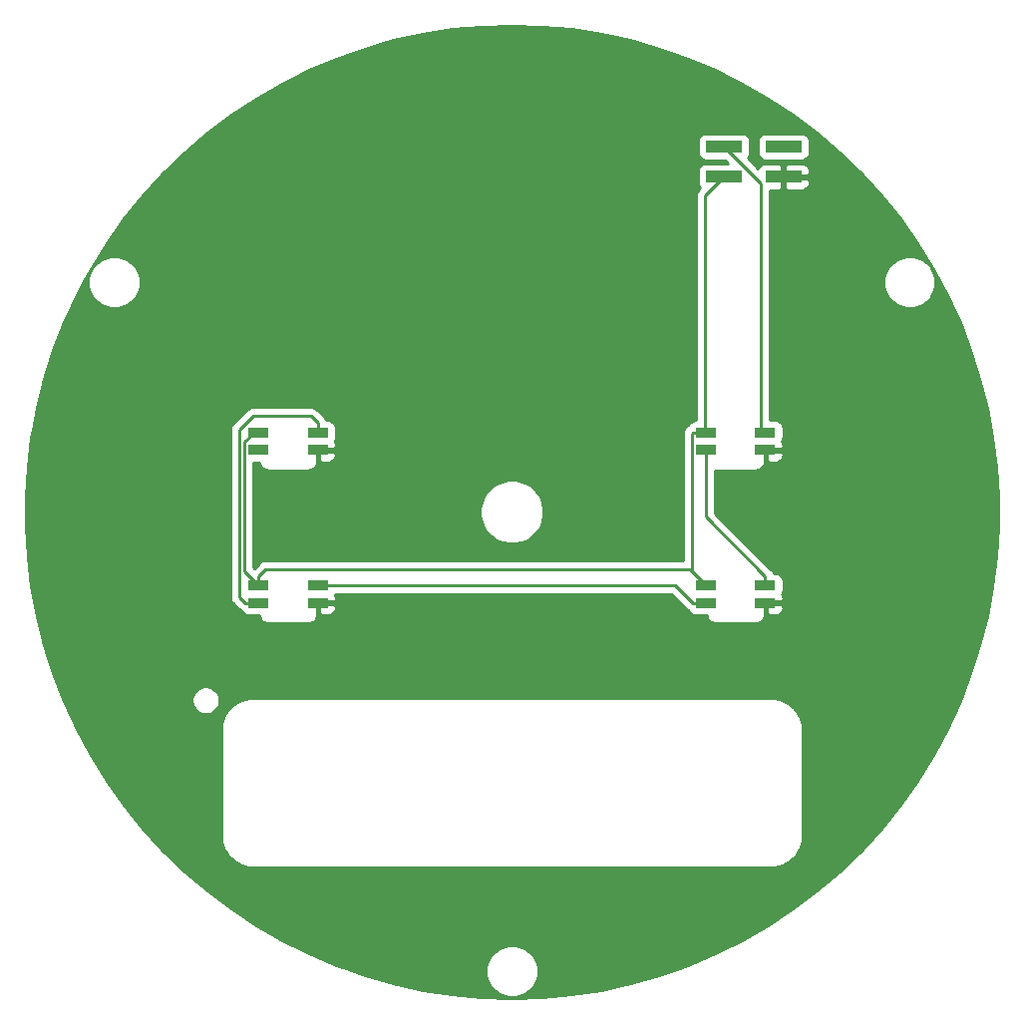
<source format=gbr>
%TF.GenerationSoftware,KiCad,Pcbnew,5.1.10*%
%TF.CreationDate,2021-09-26T09:48:59+10:00*%
%TF.ProjectId,pcb-face,7063622d-6661-4636-952e-6b696361645f,rev?*%
%TF.SameCoordinates,Original*%
%TF.FileFunction,Copper,L2,Bot*%
%TF.FilePolarity,Positive*%
%FSLAX46Y46*%
G04 Gerber Fmt 4.6, Leading zero omitted, Abs format (unit mm)*
G04 Created by KiCad (PCBNEW 5.1.10) date 2021-09-26 09:48:59*
%MOMM*%
%LPD*%
G01*
G04 APERTURE LIST*
%TA.AperFunction,SMDPad,CuDef*%
%ADD10R,1.800000X0.820000*%
%TD*%
%TA.AperFunction,SMDPad,CuDef*%
%ADD11R,3.150000X1.000000*%
%TD*%
%TA.AperFunction,Conductor*%
%ADD12C,0.250000*%
%TD*%
%TA.AperFunction,Conductor*%
%ADD13C,0.254000*%
%TD*%
%TA.AperFunction,Conductor*%
%ADD14C,0.100000*%
%TD*%
G04 APERTURE END LIST*
D10*
X128500000Y-93250000D03*
X128500000Y-94750000D03*
X133500000Y-94750000D03*
X133500000Y-93250000D03*
X128500000Y-106250000D03*
X128500000Y-107750000D03*
X133500000Y-107750000D03*
X133500000Y-106250000D03*
X166500000Y-106250000D03*
X166500000Y-107750000D03*
X171500000Y-107750000D03*
X171500000Y-106250000D03*
X166500000Y-93250000D03*
X166500000Y-94750000D03*
X171500000Y-94750000D03*
X171500000Y-93250000D03*
D11*
X173050000Y-69000000D03*
X168000000Y-69000000D03*
X173050000Y-71540000D03*
X168000000Y-71540000D03*
D12*
X171150010Y-92900010D02*
X171500000Y-93250000D01*
X171150010Y-72150010D02*
X171150010Y-92900010D01*
X168000000Y-69000000D02*
X171150010Y-72150010D01*
X128424081Y-106174082D02*
X128425868Y-106169535D01*
X128104998Y-93250000D02*
X128500000Y-93250000D01*
X166398420Y-73141580D02*
X166398420Y-93263247D01*
X168000000Y-71540000D02*
X166398420Y-73141580D01*
X128500000Y-105434301D02*
X128500000Y-106250000D01*
X129084311Y-104849990D02*
X128500000Y-105434301D01*
X165099990Y-104849990D02*
X129084311Y-104849990D01*
X166500000Y-106250000D02*
X165099990Y-104849990D01*
X165350000Y-93250000D02*
X165274999Y-93325001D01*
X165274999Y-93325001D02*
X165274999Y-105024999D01*
X166500000Y-93250000D02*
X165350000Y-93250000D01*
X165274999Y-105024999D02*
X166500000Y-106250000D01*
X127274999Y-94079999D02*
X128104998Y-93250000D01*
X127274999Y-105024999D02*
X127274999Y-94079999D01*
X128500000Y-106250000D02*
X127274999Y-105024999D01*
X128005008Y-91849990D02*
X132915689Y-91849990D01*
X132915689Y-91849990D02*
X133500000Y-92434301D01*
X127350000Y-107750000D02*
X126824989Y-107224989D01*
X126824989Y-107224989D02*
X126824989Y-93030009D01*
X128500000Y-107750000D02*
X127350000Y-107750000D01*
X133500000Y-92434301D02*
X133500000Y-93250000D01*
X126824989Y-93030009D02*
X128005008Y-91849990D01*
X165350000Y-107750000D02*
X163850000Y-106250000D01*
X166500000Y-107750000D02*
X165350000Y-107750000D01*
X163850000Y-106250000D02*
X133500000Y-106250000D01*
X166500000Y-100434301D02*
X171500000Y-105434301D01*
X171500000Y-105434301D02*
X171500000Y-106250000D01*
X166500000Y-94750000D02*
X166500000Y-100434301D01*
D13*
X152541850Y-58788314D02*
X155074058Y-59022957D01*
X157587018Y-59413041D01*
X160071198Y-59957085D01*
X162517174Y-60653025D01*
X164915668Y-61498222D01*
X167257583Y-62489469D01*
X169534033Y-63623006D01*
X171736384Y-64894534D01*
X173856281Y-66299229D01*
X175885684Y-67831763D01*
X177816893Y-69486322D01*
X179642583Y-71256629D01*
X181355829Y-73135970D01*
X182950131Y-75117216D01*
X184419442Y-77192850D01*
X185758189Y-79355000D01*
X186961292Y-81595463D01*
X188024189Y-83905741D01*
X188942847Y-86277070D01*
X189713781Y-88700455D01*
X190334067Y-91166703D01*
X190801352Y-93666459D01*
X191113864Y-96190239D01*
X191270417Y-98728472D01*
X191270417Y-101271528D01*
X191113864Y-103809761D01*
X190801352Y-106333541D01*
X190334067Y-108833297D01*
X189713781Y-111299545D01*
X188942847Y-113722930D01*
X188024189Y-116094259D01*
X186961292Y-118404537D01*
X185758189Y-120645000D01*
X184419442Y-122807150D01*
X182950131Y-124882784D01*
X181355829Y-126864030D01*
X179642583Y-128743371D01*
X177816893Y-130513678D01*
X175885684Y-132168237D01*
X173856281Y-133700771D01*
X171736384Y-135105466D01*
X169534033Y-136376994D01*
X167257583Y-137510531D01*
X164915668Y-138501778D01*
X162517174Y-139346975D01*
X160071198Y-140042915D01*
X157587018Y-140586959D01*
X155074058Y-140977043D01*
X152541850Y-141211686D01*
X150000000Y-141290000D01*
X147458150Y-141211686D01*
X144925942Y-140977043D01*
X142412982Y-140586959D01*
X139928802Y-140042915D01*
X137482826Y-139346975D01*
X135877904Y-138781422D01*
X147780738Y-138781422D01*
X147780738Y-139218578D01*
X147866023Y-139647335D01*
X148033316Y-140051215D01*
X148276187Y-140414697D01*
X148585303Y-140723813D01*
X148948785Y-140966684D01*
X149352665Y-141133977D01*
X149781422Y-141219262D01*
X150218578Y-141219262D01*
X150647335Y-141133977D01*
X151051215Y-140966684D01*
X151414697Y-140723813D01*
X151723813Y-140414697D01*
X151966684Y-140051215D01*
X152133977Y-139647335D01*
X152219262Y-139218578D01*
X152219262Y-138781422D01*
X152133977Y-138352665D01*
X151966684Y-137948785D01*
X151723813Y-137585303D01*
X151414697Y-137276187D01*
X151051215Y-137033316D01*
X150647335Y-136866023D01*
X150218578Y-136780738D01*
X149781422Y-136780738D01*
X149352665Y-136866023D01*
X148948785Y-137033316D01*
X148585303Y-137276187D01*
X148276187Y-137585303D01*
X148033316Y-137948785D01*
X147866023Y-138352665D01*
X147780738Y-138781422D01*
X135877904Y-138781422D01*
X135084332Y-138501778D01*
X132742417Y-137510531D01*
X130465967Y-136376994D01*
X128263616Y-135105466D01*
X126143719Y-133700771D01*
X124114316Y-132168237D01*
X122183107Y-130513678D01*
X120357417Y-128743371D01*
X118644171Y-126864030D01*
X117049869Y-124882784D01*
X115580558Y-122807150D01*
X114241811Y-120645000D01*
X113071243Y-118465124D01*
X125290000Y-118465124D01*
X125290001Y-127534877D01*
X125293058Y-127565912D01*
X125292971Y-127578313D01*
X125293939Y-127588179D01*
X125334739Y-127976371D01*
X125347677Y-128039396D01*
X125359737Y-128102618D01*
X125362602Y-128112109D01*
X125478026Y-128484983D01*
X125502960Y-128544299D01*
X125527069Y-128603971D01*
X125531723Y-128612724D01*
X125717374Y-128956079D01*
X125753356Y-129009424D01*
X125788596Y-129063276D01*
X125794861Y-129070958D01*
X126043668Y-129371713D01*
X126089323Y-129417050D01*
X126134353Y-129463033D01*
X126141991Y-129469351D01*
X126444476Y-129716052D01*
X126498041Y-129751640D01*
X126551171Y-129788020D01*
X126559891Y-129792734D01*
X126904533Y-129975984D01*
X126963995Y-130000492D01*
X127023177Y-130025858D01*
X127032647Y-130028789D01*
X127406318Y-130141607D01*
X127469456Y-130154108D01*
X127532388Y-130167485D01*
X127542247Y-130168521D01*
X127929984Y-130206539D01*
X127965123Y-130210000D01*
X172034877Y-130210000D01*
X172065921Y-130206943D01*
X172078313Y-130207029D01*
X172088179Y-130206061D01*
X172476371Y-130165261D01*
X172539396Y-130152323D01*
X172602618Y-130140263D01*
X172612109Y-130137398D01*
X172984983Y-130021974D01*
X173044299Y-129997040D01*
X173103971Y-129972931D01*
X173112724Y-129968277D01*
X173456079Y-129782626D01*
X173509424Y-129746644D01*
X173563276Y-129711404D01*
X173570958Y-129705139D01*
X173871713Y-129456332D01*
X173917050Y-129410677D01*
X173963033Y-129365647D01*
X173969351Y-129358009D01*
X174216052Y-129055524D01*
X174251640Y-129001959D01*
X174288020Y-128948829D01*
X174292734Y-128940109D01*
X174475984Y-128595467D01*
X174500492Y-128536005D01*
X174525858Y-128476823D01*
X174528789Y-128467353D01*
X174641607Y-128093682D01*
X174654108Y-128030544D01*
X174667485Y-127967612D01*
X174668521Y-127957753D01*
X174706611Y-127569284D01*
X174710000Y-127534877D01*
X174710000Y-118465123D01*
X174706943Y-118434079D01*
X174707029Y-118421687D01*
X174706061Y-118411821D01*
X174665260Y-118023628D01*
X174652330Y-117960640D01*
X174640263Y-117897381D01*
X174637398Y-117887891D01*
X174521974Y-117515016D01*
X174497029Y-117455675D01*
X174472931Y-117396029D01*
X174468277Y-117387276D01*
X174282626Y-117043921D01*
X174246644Y-116990576D01*
X174211404Y-116936724D01*
X174205138Y-116929042D01*
X173956332Y-116628287D01*
X173910677Y-116582950D01*
X173865647Y-116536967D01*
X173858009Y-116530648D01*
X173555524Y-116283948D01*
X173501941Y-116248348D01*
X173448828Y-116211980D01*
X173440108Y-116207265D01*
X173095467Y-116024016D01*
X173035993Y-115999503D01*
X172976823Y-115974142D01*
X172967353Y-115971211D01*
X172593681Y-115858393D01*
X172530551Y-115845893D01*
X172467612Y-115832515D01*
X172457753Y-115831479D01*
X172070016Y-115793461D01*
X172034877Y-115790000D01*
X127965123Y-115790000D01*
X127934079Y-115793057D01*
X127921687Y-115792971D01*
X127911821Y-115793939D01*
X127523628Y-115834740D01*
X127460640Y-115847670D01*
X127397381Y-115859737D01*
X127387891Y-115862602D01*
X127015016Y-115978026D01*
X126955675Y-116002971D01*
X126896029Y-116027069D01*
X126887276Y-116031723D01*
X126543921Y-116217374D01*
X126490576Y-116253356D01*
X126436724Y-116288596D01*
X126429042Y-116294862D01*
X126128287Y-116543668D01*
X126082950Y-116589323D01*
X126036967Y-116634353D01*
X126030648Y-116641991D01*
X125783948Y-116944476D01*
X125748348Y-116998059D01*
X125711980Y-117051172D01*
X125707265Y-117059892D01*
X125524016Y-117404533D01*
X125499503Y-117464007D01*
X125474142Y-117523177D01*
X125471211Y-117532647D01*
X125358393Y-117906319D01*
X125345893Y-117969449D01*
X125332515Y-118032388D01*
X125331479Y-118042247D01*
X125293439Y-118430210D01*
X125290000Y-118465124D01*
X113071243Y-118465124D01*
X113038708Y-118404537D01*
X111975811Y-116094259D01*
X111894488Y-115884340D01*
X122825682Y-115884340D01*
X122825682Y-116115660D01*
X122870810Y-116342536D01*
X122959333Y-116556248D01*
X123087848Y-116748584D01*
X123251416Y-116912152D01*
X123443752Y-117040667D01*
X123657464Y-117129190D01*
X123884340Y-117174318D01*
X124115660Y-117174318D01*
X124342536Y-117129190D01*
X124556248Y-117040667D01*
X124748584Y-116912152D01*
X124912152Y-116748584D01*
X125040667Y-116556248D01*
X125129190Y-116342536D01*
X125174318Y-116115660D01*
X125174318Y-115884340D01*
X125129190Y-115657464D01*
X125040667Y-115443752D01*
X124912152Y-115251416D01*
X124748584Y-115087848D01*
X124556248Y-114959333D01*
X124342536Y-114870810D01*
X124115660Y-114825682D01*
X123884340Y-114825682D01*
X123657464Y-114870810D01*
X123443752Y-114959333D01*
X123251416Y-115087848D01*
X123087848Y-115251416D01*
X122959333Y-115443752D01*
X122870810Y-115657464D01*
X122825682Y-115884340D01*
X111894488Y-115884340D01*
X111057153Y-113722930D01*
X110286219Y-111299545D01*
X109665933Y-108833297D01*
X109198648Y-106333541D01*
X108886136Y-103809761D01*
X108729583Y-101271528D01*
X108729583Y-98728472D01*
X108886136Y-96190239D01*
X109198648Y-93666459D01*
X109317621Y-93030009D01*
X126061313Y-93030009D01*
X126064990Y-93067341D01*
X126064989Y-107187667D01*
X126061313Y-107224989D01*
X126064989Y-107262311D01*
X126064989Y-107262321D01*
X126075986Y-107373974D01*
X126119443Y-107517235D01*
X126190015Y-107649265D01*
X126229860Y-107697815D01*
X126284988Y-107764990D01*
X126313991Y-107788792D01*
X126786200Y-108261002D01*
X126809999Y-108290001D01*
X126925724Y-108384974D01*
X127030035Y-108440730D01*
X127069463Y-108514494D01*
X127148815Y-108611185D01*
X127245506Y-108690537D01*
X127355820Y-108749502D01*
X127475518Y-108785812D01*
X127600000Y-108798072D01*
X128541300Y-108798072D01*
X128550273Y-108889184D01*
X128590872Y-109023020D01*
X128656800Y-109146363D01*
X128745525Y-109254475D01*
X128853637Y-109343200D01*
X128976980Y-109409128D01*
X129110816Y-109449727D01*
X129250000Y-109463435D01*
X129284877Y-109460000D01*
X132715123Y-109460000D01*
X132750000Y-109463435D01*
X132784877Y-109460000D01*
X132889184Y-109449727D01*
X133023020Y-109409128D01*
X133146363Y-109343200D01*
X133254475Y-109254475D01*
X133343200Y-109146363D01*
X133409128Y-109023020D01*
X133449727Y-108889184D01*
X133463435Y-108750000D01*
X133460000Y-108715123D01*
X133460000Y-107877000D01*
X133627000Y-107877000D01*
X133627000Y-108636250D01*
X133785750Y-108795000D01*
X134400000Y-108798072D01*
X134524482Y-108785812D01*
X134644180Y-108749502D01*
X134754494Y-108690537D01*
X134851185Y-108611185D01*
X134930537Y-108514494D01*
X134989502Y-108404180D01*
X135025812Y-108284482D01*
X135038072Y-108160000D01*
X135035000Y-108035750D01*
X134876250Y-107877000D01*
X133627000Y-107877000D01*
X133460000Y-107877000D01*
X133460000Y-107603000D01*
X133627000Y-107603000D01*
X133627000Y-107623000D01*
X134876250Y-107623000D01*
X135035000Y-107464250D01*
X135038072Y-107340000D01*
X135025812Y-107215518D01*
X134989502Y-107095820D01*
X134943630Y-107010000D01*
X163535199Y-107010000D01*
X164786201Y-108261003D01*
X164809999Y-108290001D01*
X164925724Y-108384974D01*
X165030035Y-108440730D01*
X165069463Y-108514494D01*
X165148815Y-108611185D01*
X165245506Y-108690537D01*
X165355820Y-108749502D01*
X165475518Y-108785812D01*
X165600000Y-108798072D01*
X166541300Y-108798072D01*
X166550273Y-108889184D01*
X166590872Y-109023020D01*
X166656800Y-109146363D01*
X166745525Y-109254475D01*
X166853637Y-109343200D01*
X166976980Y-109409128D01*
X167110816Y-109449727D01*
X167250000Y-109463435D01*
X167284877Y-109460000D01*
X170715123Y-109460000D01*
X170750000Y-109463435D01*
X170784877Y-109460000D01*
X170889184Y-109449727D01*
X171023020Y-109409128D01*
X171146363Y-109343200D01*
X171254475Y-109254475D01*
X171343200Y-109146363D01*
X171409128Y-109023020D01*
X171449727Y-108889184D01*
X171463435Y-108750000D01*
X171460000Y-108715123D01*
X171460000Y-107877000D01*
X171627000Y-107877000D01*
X171627000Y-108636250D01*
X171785750Y-108795000D01*
X172400000Y-108798072D01*
X172524482Y-108785812D01*
X172644180Y-108749502D01*
X172754494Y-108690537D01*
X172851185Y-108611185D01*
X172930537Y-108514494D01*
X172989502Y-108404180D01*
X173025812Y-108284482D01*
X173038072Y-108160000D01*
X173035000Y-108035750D01*
X172876250Y-107877000D01*
X171627000Y-107877000D01*
X171460000Y-107877000D01*
X171460000Y-107603000D01*
X171627000Y-107603000D01*
X171627000Y-107623000D01*
X172876250Y-107623000D01*
X173035000Y-107464250D01*
X173038072Y-107340000D01*
X173025812Y-107215518D01*
X172989502Y-107095820D01*
X172938284Y-107000000D01*
X172989502Y-106904180D01*
X173025812Y-106784482D01*
X173038072Y-106660000D01*
X173038072Y-105840000D01*
X173025812Y-105715518D01*
X172989502Y-105595820D01*
X172930537Y-105485506D01*
X172851185Y-105388815D01*
X172754494Y-105309463D01*
X172644180Y-105250498D01*
X172524482Y-105214188D01*
X172400000Y-105201928D01*
X172223708Y-105201928D01*
X172205546Y-105142054D01*
X172134974Y-105010025D01*
X172040001Y-104894300D01*
X172011004Y-104870503D01*
X167260000Y-100119500D01*
X167260000Y-96462450D01*
X167284877Y-96460000D01*
X170715123Y-96460000D01*
X170750000Y-96463435D01*
X170784877Y-96460000D01*
X170889184Y-96449727D01*
X171023020Y-96409128D01*
X171146363Y-96343200D01*
X171254475Y-96254475D01*
X171343200Y-96146363D01*
X171409128Y-96023020D01*
X171449727Y-95889184D01*
X171463435Y-95750000D01*
X171460000Y-95715123D01*
X171460000Y-94877000D01*
X171627000Y-94877000D01*
X171627000Y-95636250D01*
X171785750Y-95795000D01*
X172400000Y-95798072D01*
X172524482Y-95785812D01*
X172644180Y-95749502D01*
X172754494Y-95690537D01*
X172851185Y-95611185D01*
X172930537Y-95514494D01*
X172989502Y-95404180D01*
X173025812Y-95284482D01*
X173038072Y-95160000D01*
X173035000Y-95035750D01*
X172876250Y-94877000D01*
X171627000Y-94877000D01*
X171460000Y-94877000D01*
X171460000Y-94603000D01*
X171627000Y-94603000D01*
X171627000Y-94623000D01*
X172876250Y-94623000D01*
X173035000Y-94464250D01*
X173038072Y-94340000D01*
X173025812Y-94215518D01*
X172989502Y-94095820D01*
X172938284Y-94000000D01*
X172989502Y-93904180D01*
X173025812Y-93784482D01*
X173038072Y-93660000D01*
X173038072Y-92840000D01*
X173025812Y-92715518D01*
X172989502Y-92595820D01*
X172930537Y-92485506D01*
X172851185Y-92388815D01*
X172754494Y-92309463D01*
X172644180Y-92250498D01*
X172524482Y-92214188D01*
X172400000Y-92201928D01*
X171910010Y-92201928D01*
X171910010Y-80281422D01*
X181550738Y-80281422D01*
X181550738Y-80718578D01*
X181636023Y-81147335D01*
X181803316Y-81551215D01*
X182046187Y-81914697D01*
X182355303Y-82223813D01*
X182718785Y-82466684D01*
X183122665Y-82633977D01*
X183551422Y-82719262D01*
X183988578Y-82719262D01*
X184417335Y-82633977D01*
X184821215Y-82466684D01*
X185184697Y-82223813D01*
X185493813Y-81914697D01*
X185736684Y-81551215D01*
X185903977Y-81147335D01*
X185989262Y-80718578D01*
X185989262Y-80281422D01*
X185903977Y-79852665D01*
X185736684Y-79448785D01*
X185493813Y-79085303D01*
X185184697Y-78776187D01*
X184821215Y-78533316D01*
X184417335Y-78366023D01*
X183988578Y-78280738D01*
X183551422Y-78280738D01*
X183122665Y-78366023D01*
X182718785Y-78533316D01*
X182355303Y-78776187D01*
X182046187Y-79085303D01*
X181803316Y-79448785D01*
X181636023Y-79852665D01*
X181550738Y-80281422D01*
X171910010Y-80281422D01*
X171910010Y-72677035D01*
X172764250Y-72675000D01*
X172923000Y-72516250D01*
X172923000Y-71667000D01*
X173177000Y-71667000D01*
X173177000Y-72516250D01*
X173335750Y-72675000D01*
X174625000Y-72678072D01*
X174749482Y-72665812D01*
X174869180Y-72629502D01*
X174979494Y-72570537D01*
X175076185Y-72491185D01*
X175155537Y-72394494D01*
X175214502Y-72284180D01*
X175250812Y-72164482D01*
X175263072Y-72040000D01*
X175260000Y-71825750D01*
X175101250Y-71667000D01*
X173177000Y-71667000D01*
X172923000Y-71667000D01*
X172903000Y-71667000D01*
X172903000Y-71413000D01*
X172923000Y-71413000D01*
X172923000Y-70563750D01*
X173177000Y-70563750D01*
X173177000Y-71413000D01*
X175101250Y-71413000D01*
X175260000Y-71254250D01*
X175263072Y-71040000D01*
X175250812Y-70915518D01*
X175214502Y-70795820D01*
X175155537Y-70685506D01*
X175076185Y-70588815D01*
X174979494Y-70509463D01*
X174869180Y-70450498D01*
X174749482Y-70414188D01*
X174625000Y-70401928D01*
X173335750Y-70405000D01*
X173177000Y-70563750D01*
X172923000Y-70563750D01*
X172764250Y-70405000D01*
X171475000Y-70401928D01*
X171350518Y-70414188D01*
X171230820Y-70450498D01*
X171120506Y-70509463D01*
X171023815Y-70588815D01*
X170944463Y-70685506D01*
X170885498Y-70795820D01*
X170882036Y-70807234D01*
X170026076Y-69951274D01*
X170026185Y-69951185D01*
X170105537Y-69854494D01*
X170164502Y-69744180D01*
X170200812Y-69624482D01*
X170213072Y-69500000D01*
X170213072Y-68500000D01*
X170836928Y-68500000D01*
X170836928Y-69500000D01*
X170849188Y-69624482D01*
X170885498Y-69744180D01*
X170944463Y-69854494D01*
X171023815Y-69951185D01*
X171120506Y-70030537D01*
X171230820Y-70089502D01*
X171350518Y-70125812D01*
X171475000Y-70138072D01*
X174625000Y-70138072D01*
X174749482Y-70125812D01*
X174869180Y-70089502D01*
X174979494Y-70030537D01*
X175076185Y-69951185D01*
X175155537Y-69854494D01*
X175214502Y-69744180D01*
X175250812Y-69624482D01*
X175263072Y-69500000D01*
X175263072Y-68500000D01*
X175250812Y-68375518D01*
X175214502Y-68255820D01*
X175155537Y-68145506D01*
X175076185Y-68048815D01*
X174979494Y-67969463D01*
X174869180Y-67910498D01*
X174749482Y-67874188D01*
X174625000Y-67861928D01*
X171475000Y-67861928D01*
X171350518Y-67874188D01*
X171230820Y-67910498D01*
X171120506Y-67969463D01*
X171023815Y-68048815D01*
X170944463Y-68145506D01*
X170885498Y-68255820D01*
X170849188Y-68375518D01*
X170836928Y-68500000D01*
X170213072Y-68500000D01*
X170200812Y-68375518D01*
X170164502Y-68255820D01*
X170105537Y-68145506D01*
X170026185Y-68048815D01*
X169929494Y-67969463D01*
X169819180Y-67910498D01*
X169699482Y-67874188D01*
X169575000Y-67861928D01*
X166425000Y-67861928D01*
X166300518Y-67874188D01*
X166180820Y-67910498D01*
X166070506Y-67969463D01*
X165973815Y-68048815D01*
X165894463Y-68145506D01*
X165835498Y-68255820D01*
X165799188Y-68375518D01*
X165786928Y-68500000D01*
X165786928Y-69500000D01*
X165799188Y-69624482D01*
X165835498Y-69744180D01*
X165894463Y-69854494D01*
X165973815Y-69951185D01*
X166070506Y-70030537D01*
X166180820Y-70089502D01*
X166300518Y-70125812D01*
X166425000Y-70138072D01*
X168063271Y-70138072D01*
X168327127Y-70401928D01*
X166425000Y-70401928D01*
X166300518Y-70414188D01*
X166180820Y-70450498D01*
X166070506Y-70509463D01*
X165973815Y-70588815D01*
X165894463Y-70685506D01*
X165835498Y-70795820D01*
X165799188Y-70915518D01*
X165786928Y-71040000D01*
X165786928Y-72040000D01*
X165799188Y-72164482D01*
X165835498Y-72284180D01*
X165894463Y-72394494D01*
X165973815Y-72491185D01*
X165973924Y-72491275D01*
X165887423Y-72577776D01*
X165858419Y-72601579D01*
X165805705Y-72665812D01*
X165763446Y-72717304D01*
X165727270Y-72784984D01*
X165692874Y-72849334D01*
X165649417Y-72992595D01*
X165638420Y-73104248D01*
X165638420Y-73104258D01*
X165634744Y-73141580D01*
X165638420Y-73178902D01*
X165638421Y-92201928D01*
X165600000Y-92201928D01*
X165475518Y-92214188D01*
X165355820Y-92250498D01*
X165245506Y-92309463D01*
X165148815Y-92388815D01*
X165069463Y-92485506D01*
X165030035Y-92559270D01*
X164925724Y-92615026D01*
X164809999Y-92709999D01*
X164786200Y-92738998D01*
X164763999Y-92761199D01*
X164734998Y-92785000D01*
X164689861Y-92840000D01*
X164640025Y-92900725D01*
X164613833Y-92949727D01*
X164569453Y-93032755D01*
X164525996Y-93176016D01*
X164514999Y-93287669D01*
X164514999Y-93287679D01*
X164511323Y-93325001D01*
X164514999Y-93362323D01*
X164515000Y-104089990D01*
X129121644Y-104089990D01*
X129084311Y-104086313D01*
X129046978Y-104089990D01*
X128935325Y-104100987D01*
X128792064Y-104144444D01*
X128660035Y-104215016D01*
X128544310Y-104309989D01*
X128520511Y-104338988D01*
X128092150Y-104767349D01*
X128034999Y-104710198D01*
X128034999Y-99732413D01*
X147283146Y-99732413D01*
X147283146Y-100267587D01*
X147387553Y-100792477D01*
X147592355Y-101286913D01*
X147889681Y-101731894D01*
X148268106Y-102110319D01*
X148713087Y-102407645D01*
X149207523Y-102612447D01*
X149732413Y-102716854D01*
X150267587Y-102716854D01*
X150792477Y-102612447D01*
X151286913Y-102407645D01*
X151731894Y-102110319D01*
X152110319Y-101731894D01*
X152407645Y-101286913D01*
X152612447Y-100792477D01*
X152716854Y-100267587D01*
X152716854Y-99732413D01*
X152612447Y-99207523D01*
X152407645Y-98713087D01*
X152110319Y-98268106D01*
X151731894Y-97889681D01*
X151286913Y-97592355D01*
X150792477Y-97387553D01*
X150267587Y-97283146D01*
X149732413Y-97283146D01*
X149207523Y-97387553D01*
X148713087Y-97592355D01*
X148268106Y-97889681D01*
X147889681Y-98268106D01*
X147592355Y-98713087D01*
X147387553Y-99207523D01*
X147283146Y-99732413D01*
X128034999Y-99732413D01*
X128034999Y-95798072D01*
X128541300Y-95798072D01*
X128550273Y-95889184D01*
X128590872Y-96023020D01*
X128656800Y-96146363D01*
X128745525Y-96254475D01*
X128853637Y-96343200D01*
X128976980Y-96409128D01*
X129110816Y-96449727D01*
X129250000Y-96463435D01*
X129284877Y-96460000D01*
X132715123Y-96460000D01*
X132750000Y-96463435D01*
X132784877Y-96460000D01*
X132889184Y-96449727D01*
X133023020Y-96409128D01*
X133146363Y-96343200D01*
X133254475Y-96254475D01*
X133343200Y-96146363D01*
X133409128Y-96023020D01*
X133449727Y-95889184D01*
X133463435Y-95750000D01*
X133460000Y-95715123D01*
X133460000Y-94877000D01*
X133627000Y-94877000D01*
X133627000Y-95636250D01*
X133785750Y-95795000D01*
X134400000Y-95798072D01*
X134524482Y-95785812D01*
X134644180Y-95749502D01*
X134754494Y-95690537D01*
X134851185Y-95611185D01*
X134930537Y-95514494D01*
X134989502Y-95404180D01*
X135025812Y-95284482D01*
X135038072Y-95160000D01*
X135035000Y-95035750D01*
X134876250Y-94877000D01*
X133627000Y-94877000D01*
X133460000Y-94877000D01*
X133460000Y-94603000D01*
X133627000Y-94603000D01*
X133627000Y-94623000D01*
X134876250Y-94623000D01*
X135035000Y-94464250D01*
X135038072Y-94340000D01*
X135025812Y-94215518D01*
X134989502Y-94095820D01*
X134938284Y-94000000D01*
X134989502Y-93904180D01*
X135025812Y-93784482D01*
X135038072Y-93660000D01*
X135038072Y-92840000D01*
X135025812Y-92715518D01*
X134989502Y-92595820D01*
X134930537Y-92485506D01*
X134851185Y-92388815D01*
X134754494Y-92309463D01*
X134644180Y-92250498D01*
X134524482Y-92214188D01*
X134400000Y-92201928D01*
X134223708Y-92201928D01*
X134205546Y-92142054D01*
X134134974Y-92010025D01*
X134125906Y-91998975D01*
X134040001Y-91894300D01*
X134011004Y-91870503D01*
X133479492Y-91338992D01*
X133455690Y-91309989D01*
X133339965Y-91215016D01*
X133207936Y-91144444D01*
X133064675Y-91100987D01*
X132953022Y-91089990D01*
X132953011Y-91089990D01*
X132915689Y-91086314D01*
X132878367Y-91089990D01*
X128042331Y-91089990D01*
X128005008Y-91086314D01*
X127967685Y-91089990D01*
X127967675Y-91089990D01*
X127856022Y-91100987D01*
X127712761Y-91144444D01*
X127580731Y-91215016D01*
X127497091Y-91283658D01*
X127465007Y-91309989D01*
X127441209Y-91338987D01*
X126313987Y-92466210D01*
X126284989Y-92490008D01*
X126261191Y-92519006D01*
X126261190Y-92519007D01*
X126190015Y-92605733D01*
X126119443Y-92737763D01*
X126096318Y-92813999D01*
X126075987Y-92881023D01*
X126074046Y-92900726D01*
X126061313Y-93030009D01*
X109317621Y-93030009D01*
X109665933Y-91166703D01*
X110286219Y-88700455D01*
X111057153Y-86277070D01*
X111975811Y-83905741D01*
X113038708Y-81595463D01*
X113744332Y-80281422D01*
X114000738Y-80281422D01*
X114000738Y-80718578D01*
X114086023Y-81147335D01*
X114253316Y-81551215D01*
X114496187Y-81914697D01*
X114805303Y-82223813D01*
X115168785Y-82466684D01*
X115572665Y-82633977D01*
X116001422Y-82719262D01*
X116438578Y-82719262D01*
X116867335Y-82633977D01*
X117271215Y-82466684D01*
X117634697Y-82223813D01*
X117943813Y-81914697D01*
X118186684Y-81551215D01*
X118353977Y-81147335D01*
X118439262Y-80718578D01*
X118439262Y-80281422D01*
X118353977Y-79852665D01*
X118186684Y-79448785D01*
X117943813Y-79085303D01*
X117634697Y-78776187D01*
X117271215Y-78533316D01*
X116867335Y-78366023D01*
X116438578Y-78280738D01*
X116001422Y-78280738D01*
X115572665Y-78366023D01*
X115168785Y-78533316D01*
X114805303Y-78776187D01*
X114496187Y-79085303D01*
X114253316Y-79448785D01*
X114086023Y-79852665D01*
X114000738Y-80281422D01*
X113744332Y-80281422D01*
X114241811Y-79355000D01*
X115580558Y-77192850D01*
X117049869Y-75117216D01*
X118644171Y-73135970D01*
X120357417Y-71256629D01*
X122183107Y-69486322D01*
X124114316Y-67831763D01*
X126143719Y-66299229D01*
X128263616Y-64894534D01*
X130465967Y-63623006D01*
X132742417Y-62489469D01*
X135084332Y-61498222D01*
X137482826Y-60653025D01*
X139928802Y-59957085D01*
X142412982Y-59413041D01*
X144925942Y-59022957D01*
X147458150Y-58788314D01*
X150000000Y-58710000D01*
X152541850Y-58788314D01*
%TA.AperFunction,Conductor*%
D14*
G36*
X152541850Y-58788314D02*
G01*
X155074058Y-59022957D01*
X157587018Y-59413041D01*
X160071198Y-59957085D01*
X162517174Y-60653025D01*
X164915668Y-61498222D01*
X167257583Y-62489469D01*
X169534033Y-63623006D01*
X171736384Y-64894534D01*
X173856281Y-66299229D01*
X175885684Y-67831763D01*
X177816893Y-69486322D01*
X179642583Y-71256629D01*
X181355829Y-73135970D01*
X182950131Y-75117216D01*
X184419442Y-77192850D01*
X185758189Y-79355000D01*
X186961292Y-81595463D01*
X188024189Y-83905741D01*
X188942847Y-86277070D01*
X189713781Y-88700455D01*
X190334067Y-91166703D01*
X190801352Y-93666459D01*
X191113864Y-96190239D01*
X191270417Y-98728472D01*
X191270417Y-101271528D01*
X191113864Y-103809761D01*
X190801352Y-106333541D01*
X190334067Y-108833297D01*
X189713781Y-111299545D01*
X188942847Y-113722930D01*
X188024189Y-116094259D01*
X186961292Y-118404537D01*
X185758189Y-120645000D01*
X184419442Y-122807150D01*
X182950131Y-124882784D01*
X181355829Y-126864030D01*
X179642583Y-128743371D01*
X177816893Y-130513678D01*
X175885684Y-132168237D01*
X173856281Y-133700771D01*
X171736384Y-135105466D01*
X169534033Y-136376994D01*
X167257583Y-137510531D01*
X164915668Y-138501778D01*
X162517174Y-139346975D01*
X160071198Y-140042915D01*
X157587018Y-140586959D01*
X155074058Y-140977043D01*
X152541850Y-141211686D01*
X150000000Y-141290000D01*
X147458150Y-141211686D01*
X144925942Y-140977043D01*
X142412982Y-140586959D01*
X139928802Y-140042915D01*
X137482826Y-139346975D01*
X135877904Y-138781422D01*
X147780738Y-138781422D01*
X147780738Y-139218578D01*
X147866023Y-139647335D01*
X148033316Y-140051215D01*
X148276187Y-140414697D01*
X148585303Y-140723813D01*
X148948785Y-140966684D01*
X149352665Y-141133977D01*
X149781422Y-141219262D01*
X150218578Y-141219262D01*
X150647335Y-141133977D01*
X151051215Y-140966684D01*
X151414697Y-140723813D01*
X151723813Y-140414697D01*
X151966684Y-140051215D01*
X152133977Y-139647335D01*
X152219262Y-139218578D01*
X152219262Y-138781422D01*
X152133977Y-138352665D01*
X151966684Y-137948785D01*
X151723813Y-137585303D01*
X151414697Y-137276187D01*
X151051215Y-137033316D01*
X150647335Y-136866023D01*
X150218578Y-136780738D01*
X149781422Y-136780738D01*
X149352665Y-136866023D01*
X148948785Y-137033316D01*
X148585303Y-137276187D01*
X148276187Y-137585303D01*
X148033316Y-137948785D01*
X147866023Y-138352665D01*
X147780738Y-138781422D01*
X135877904Y-138781422D01*
X135084332Y-138501778D01*
X132742417Y-137510531D01*
X130465967Y-136376994D01*
X128263616Y-135105466D01*
X126143719Y-133700771D01*
X124114316Y-132168237D01*
X122183107Y-130513678D01*
X120357417Y-128743371D01*
X118644171Y-126864030D01*
X117049869Y-124882784D01*
X115580558Y-122807150D01*
X114241811Y-120645000D01*
X113071243Y-118465124D01*
X125290000Y-118465124D01*
X125290001Y-127534877D01*
X125293058Y-127565912D01*
X125292971Y-127578313D01*
X125293939Y-127588179D01*
X125334739Y-127976371D01*
X125347677Y-128039396D01*
X125359737Y-128102618D01*
X125362602Y-128112109D01*
X125478026Y-128484983D01*
X125502960Y-128544299D01*
X125527069Y-128603971D01*
X125531723Y-128612724D01*
X125717374Y-128956079D01*
X125753356Y-129009424D01*
X125788596Y-129063276D01*
X125794861Y-129070958D01*
X126043668Y-129371713D01*
X126089323Y-129417050D01*
X126134353Y-129463033D01*
X126141991Y-129469351D01*
X126444476Y-129716052D01*
X126498041Y-129751640D01*
X126551171Y-129788020D01*
X126559891Y-129792734D01*
X126904533Y-129975984D01*
X126963995Y-130000492D01*
X127023177Y-130025858D01*
X127032647Y-130028789D01*
X127406318Y-130141607D01*
X127469456Y-130154108D01*
X127532388Y-130167485D01*
X127542247Y-130168521D01*
X127929984Y-130206539D01*
X127965123Y-130210000D01*
X172034877Y-130210000D01*
X172065921Y-130206943D01*
X172078313Y-130207029D01*
X172088179Y-130206061D01*
X172476371Y-130165261D01*
X172539396Y-130152323D01*
X172602618Y-130140263D01*
X172612109Y-130137398D01*
X172984983Y-130021974D01*
X173044299Y-129997040D01*
X173103971Y-129972931D01*
X173112724Y-129968277D01*
X173456079Y-129782626D01*
X173509424Y-129746644D01*
X173563276Y-129711404D01*
X173570958Y-129705139D01*
X173871713Y-129456332D01*
X173917050Y-129410677D01*
X173963033Y-129365647D01*
X173969351Y-129358009D01*
X174216052Y-129055524D01*
X174251640Y-129001959D01*
X174288020Y-128948829D01*
X174292734Y-128940109D01*
X174475984Y-128595467D01*
X174500492Y-128536005D01*
X174525858Y-128476823D01*
X174528789Y-128467353D01*
X174641607Y-128093682D01*
X174654108Y-128030544D01*
X174667485Y-127967612D01*
X174668521Y-127957753D01*
X174706611Y-127569284D01*
X174710000Y-127534877D01*
X174710000Y-118465123D01*
X174706943Y-118434079D01*
X174707029Y-118421687D01*
X174706061Y-118411821D01*
X174665260Y-118023628D01*
X174652330Y-117960640D01*
X174640263Y-117897381D01*
X174637398Y-117887891D01*
X174521974Y-117515016D01*
X174497029Y-117455675D01*
X174472931Y-117396029D01*
X174468277Y-117387276D01*
X174282626Y-117043921D01*
X174246644Y-116990576D01*
X174211404Y-116936724D01*
X174205138Y-116929042D01*
X173956332Y-116628287D01*
X173910677Y-116582950D01*
X173865647Y-116536967D01*
X173858009Y-116530648D01*
X173555524Y-116283948D01*
X173501941Y-116248348D01*
X173448828Y-116211980D01*
X173440108Y-116207265D01*
X173095467Y-116024016D01*
X173035993Y-115999503D01*
X172976823Y-115974142D01*
X172967353Y-115971211D01*
X172593681Y-115858393D01*
X172530551Y-115845893D01*
X172467612Y-115832515D01*
X172457753Y-115831479D01*
X172070016Y-115793461D01*
X172034877Y-115790000D01*
X127965123Y-115790000D01*
X127934079Y-115793057D01*
X127921687Y-115792971D01*
X127911821Y-115793939D01*
X127523628Y-115834740D01*
X127460640Y-115847670D01*
X127397381Y-115859737D01*
X127387891Y-115862602D01*
X127015016Y-115978026D01*
X126955675Y-116002971D01*
X126896029Y-116027069D01*
X126887276Y-116031723D01*
X126543921Y-116217374D01*
X126490576Y-116253356D01*
X126436724Y-116288596D01*
X126429042Y-116294862D01*
X126128287Y-116543668D01*
X126082950Y-116589323D01*
X126036967Y-116634353D01*
X126030648Y-116641991D01*
X125783948Y-116944476D01*
X125748348Y-116998059D01*
X125711980Y-117051172D01*
X125707265Y-117059892D01*
X125524016Y-117404533D01*
X125499503Y-117464007D01*
X125474142Y-117523177D01*
X125471211Y-117532647D01*
X125358393Y-117906319D01*
X125345893Y-117969449D01*
X125332515Y-118032388D01*
X125331479Y-118042247D01*
X125293439Y-118430210D01*
X125290000Y-118465124D01*
X113071243Y-118465124D01*
X113038708Y-118404537D01*
X111975811Y-116094259D01*
X111894488Y-115884340D01*
X122825682Y-115884340D01*
X122825682Y-116115660D01*
X122870810Y-116342536D01*
X122959333Y-116556248D01*
X123087848Y-116748584D01*
X123251416Y-116912152D01*
X123443752Y-117040667D01*
X123657464Y-117129190D01*
X123884340Y-117174318D01*
X124115660Y-117174318D01*
X124342536Y-117129190D01*
X124556248Y-117040667D01*
X124748584Y-116912152D01*
X124912152Y-116748584D01*
X125040667Y-116556248D01*
X125129190Y-116342536D01*
X125174318Y-116115660D01*
X125174318Y-115884340D01*
X125129190Y-115657464D01*
X125040667Y-115443752D01*
X124912152Y-115251416D01*
X124748584Y-115087848D01*
X124556248Y-114959333D01*
X124342536Y-114870810D01*
X124115660Y-114825682D01*
X123884340Y-114825682D01*
X123657464Y-114870810D01*
X123443752Y-114959333D01*
X123251416Y-115087848D01*
X123087848Y-115251416D01*
X122959333Y-115443752D01*
X122870810Y-115657464D01*
X122825682Y-115884340D01*
X111894488Y-115884340D01*
X111057153Y-113722930D01*
X110286219Y-111299545D01*
X109665933Y-108833297D01*
X109198648Y-106333541D01*
X108886136Y-103809761D01*
X108729583Y-101271528D01*
X108729583Y-98728472D01*
X108886136Y-96190239D01*
X109198648Y-93666459D01*
X109317621Y-93030009D01*
X126061313Y-93030009D01*
X126064990Y-93067341D01*
X126064989Y-107187667D01*
X126061313Y-107224989D01*
X126064989Y-107262311D01*
X126064989Y-107262321D01*
X126075986Y-107373974D01*
X126119443Y-107517235D01*
X126190015Y-107649265D01*
X126229860Y-107697815D01*
X126284988Y-107764990D01*
X126313991Y-107788792D01*
X126786200Y-108261002D01*
X126809999Y-108290001D01*
X126925724Y-108384974D01*
X127030035Y-108440730D01*
X127069463Y-108514494D01*
X127148815Y-108611185D01*
X127245506Y-108690537D01*
X127355820Y-108749502D01*
X127475518Y-108785812D01*
X127600000Y-108798072D01*
X128541300Y-108798072D01*
X128550273Y-108889184D01*
X128590872Y-109023020D01*
X128656800Y-109146363D01*
X128745525Y-109254475D01*
X128853637Y-109343200D01*
X128976980Y-109409128D01*
X129110816Y-109449727D01*
X129250000Y-109463435D01*
X129284877Y-109460000D01*
X132715123Y-109460000D01*
X132750000Y-109463435D01*
X132784877Y-109460000D01*
X132889184Y-109449727D01*
X133023020Y-109409128D01*
X133146363Y-109343200D01*
X133254475Y-109254475D01*
X133343200Y-109146363D01*
X133409128Y-109023020D01*
X133449727Y-108889184D01*
X133463435Y-108750000D01*
X133460000Y-108715123D01*
X133460000Y-107877000D01*
X133627000Y-107877000D01*
X133627000Y-108636250D01*
X133785750Y-108795000D01*
X134400000Y-108798072D01*
X134524482Y-108785812D01*
X134644180Y-108749502D01*
X134754494Y-108690537D01*
X134851185Y-108611185D01*
X134930537Y-108514494D01*
X134989502Y-108404180D01*
X135025812Y-108284482D01*
X135038072Y-108160000D01*
X135035000Y-108035750D01*
X134876250Y-107877000D01*
X133627000Y-107877000D01*
X133460000Y-107877000D01*
X133460000Y-107603000D01*
X133627000Y-107603000D01*
X133627000Y-107623000D01*
X134876250Y-107623000D01*
X135035000Y-107464250D01*
X135038072Y-107340000D01*
X135025812Y-107215518D01*
X134989502Y-107095820D01*
X134943630Y-107010000D01*
X163535199Y-107010000D01*
X164786201Y-108261003D01*
X164809999Y-108290001D01*
X164925724Y-108384974D01*
X165030035Y-108440730D01*
X165069463Y-108514494D01*
X165148815Y-108611185D01*
X165245506Y-108690537D01*
X165355820Y-108749502D01*
X165475518Y-108785812D01*
X165600000Y-108798072D01*
X166541300Y-108798072D01*
X166550273Y-108889184D01*
X166590872Y-109023020D01*
X166656800Y-109146363D01*
X166745525Y-109254475D01*
X166853637Y-109343200D01*
X166976980Y-109409128D01*
X167110816Y-109449727D01*
X167250000Y-109463435D01*
X167284877Y-109460000D01*
X170715123Y-109460000D01*
X170750000Y-109463435D01*
X170784877Y-109460000D01*
X170889184Y-109449727D01*
X171023020Y-109409128D01*
X171146363Y-109343200D01*
X171254475Y-109254475D01*
X171343200Y-109146363D01*
X171409128Y-109023020D01*
X171449727Y-108889184D01*
X171463435Y-108750000D01*
X171460000Y-108715123D01*
X171460000Y-107877000D01*
X171627000Y-107877000D01*
X171627000Y-108636250D01*
X171785750Y-108795000D01*
X172400000Y-108798072D01*
X172524482Y-108785812D01*
X172644180Y-108749502D01*
X172754494Y-108690537D01*
X172851185Y-108611185D01*
X172930537Y-108514494D01*
X172989502Y-108404180D01*
X173025812Y-108284482D01*
X173038072Y-108160000D01*
X173035000Y-108035750D01*
X172876250Y-107877000D01*
X171627000Y-107877000D01*
X171460000Y-107877000D01*
X171460000Y-107603000D01*
X171627000Y-107603000D01*
X171627000Y-107623000D01*
X172876250Y-107623000D01*
X173035000Y-107464250D01*
X173038072Y-107340000D01*
X173025812Y-107215518D01*
X172989502Y-107095820D01*
X172938284Y-107000000D01*
X172989502Y-106904180D01*
X173025812Y-106784482D01*
X173038072Y-106660000D01*
X173038072Y-105840000D01*
X173025812Y-105715518D01*
X172989502Y-105595820D01*
X172930537Y-105485506D01*
X172851185Y-105388815D01*
X172754494Y-105309463D01*
X172644180Y-105250498D01*
X172524482Y-105214188D01*
X172400000Y-105201928D01*
X172223708Y-105201928D01*
X172205546Y-105142054D01*
X172134974Y-105010025D01*
X172040001Y-104894300D01*
X172011004Y-104870503D01*
X167260000Y-100119500D01*
X167260000Y-96462450D01*
X167284877Y-96460000D01*
X170715123Y-96460000D01*
X170750000Y-96463435D01*
X170784877Y-96460000D01*
X170889184Y-96449727D01*
X171023020Y-96409128D01*
X171146363Y-96343200D01*
X171254475Y-96254475D01*
X171343200Y-96146363D01*
X171409128Y-96023020D01*
X171449727Y-95889184D01*
X171463435Y-95750000D01*
X171460000Y-95715123D01*
X171460000Y-94877000D01*
X171627000Y-94877000D01*
X171627000Y-95636250D01*
X171785750Y-95795000D01*
X172400000Y-95798072D01*
X172524482Y-95785812D01*
X172644180Y-95749502D01*
X172754494Y-95690537D01*
X172851185Y-95611185D01*
X172930537Y-95514494D01*
X172989502Y-95404180D01*
X173025812Y-95284482D01*
X173038072Y-95160000D01*
X173035000Y-95035750D01*
X172876250Y-94877000D01*
X171627000Y-94877000D01*
X171460000Y-94877000D01*
X171460000Y-94603000D01*
X171627000Y-94603000D01*
X171627000Y-94623000D01*
X172876250Y-94623000D01*
X173035000Y-94464250D01*
X173038072Y-94340000D01*
X173025812Y-94215518D01*
X172989502Y-94095820D01*
X172938284Y-94000000D01*
X172989502Y-93904180D01*
X173025812Y-93784482D01*
X173038072Y-93660000D01*
X173038072Y-92840000D01*
X173025812Y-92715518D01*
X172989502Y-92595820D01*
X172930537Y-92485506D01*
X172851185Y-92388815D01*
X172754494Y-92309463D01*
X172644180Y-92250498D01*
X172524482Y-92214188D01*
X172400000Y-92201928D01*
X171910010Y-92201928D01*
X171910010Y-80281422D01*
X181550738Y-80281422D01*
X181550738Y-80718578D01*
X181636023Y-81147335D01*
X181803316Y-81551215D01*
X182046187Y-81914697D01*
X182355303Y-82223813D01*
X182718785Y-82466684D01*
X183122665Y-82633977D01*
X183551422Y-82719262D01*
X183988578Y-82719262D01*
X184417335Y-82633977D01*
X184821215Y-82466684D01*
X185184697Y-82223813D01*
X185493813Y-81914697D01*
X185736684Y-81551215D01*
X185903977Y-81147335D01*
X185989262Y-80718578D01*
X185989262Y-80281422D01*
X185903977Y-79852665D01*
X185736684Y-79448785D01*
X185493813Y-79085303D01*
X185184697Y-78776187D01*
X184821215Y-78533316D01*
X184417335Y-78366023D01*
X183988578Y-78280738D01*
X183551422Y-78280738D01*
X183122665Y-78366023D01*
X182718785Y-78533316D01*
X182355303Y-78776187D01*
X182046187Y-79085303D01*
X181803316Y-79448785D01*
X181636023Y-79852665D01*
X181550738Y-80281422D01*
X171910010Y-80281422D01*
X171910010Y-72677035D01*
X172764250Y-72675000D01*
X172923000Y-72516250D01*
X172923000Y-71667000D01*
X173177000Y-71667000D01*
X173177000Y-72516250D01*
X173335750Y-72675000D01*
X174625000Y-72678072D01*
X174749482Y-72665812D01*
X174869180Y-72629502D01*
X174979494Y-72570537D01*
X175076185Y-72491185D01*
X175155537Y-72394494D01*
X175214502Y-72284180D01*
X175250812Y-72164482D01*
X175263072Y-72040000D01*
X175260000Y-71825750D01*
X175101250Y-71667000D01*
X173177000Y-71667000D01*
X172923000Y-71667000D01*
X172903000Y-71667000D01*
X172903000Y-71413000D01*
X172923000Y-71413000D01*
X172923000Y-70563750D01*
X173177000Y-70563750D01*
X173177000Y-71413000D01*
X175101250Y-71413000D01*
X175260000Y-71254250D01*
X175263072Y-71040000D01*
X175250812Y-70915518D01*
X175214502Y-70795820D01*
X175155537Y-70685506D01*
X175076185Y-70588815D01*
X174979494Y-70509463D01*
X174869180Y-70450498D01*
X174749482Y-70414188D01*
X174625000Y-70401928D01*
X173335750Y-70405000D01*
X173177000Y-70563750D01*
X172923000Y-70563750D01*
X172764250Y-70405000D01*
X171475000Y-70401928D01*
X171350518Y-70414188D01*
X171230820Y-70450498D01*
X171120506Y-70509463D01*
X171023815Y-70588815D01*
X170944463Y-70685506D01*
X170885498Y-70795820D01*
X170882036Y-70807234D01*
X170026076Y-69951274D01*
X170026185Y-69951185D01*
X170105537Y-69854494D01*
X170164502Y-69744180D01*
X170200812Y-69624482D01*
X170213072Y-69500000D01*
X170213072Y-68500000D01*
X170836928Y-68500000D01*
X170836928Y-69500000D01*
X170849188Y-69624482D01*
X170885498Y-69744180D01*
X170944463Y-69854494D01*
X171023815Y-69951185D01*
X171120506Y-70030537D01*
X171230820Y-70089502D01*
X171350518Y-70125812D01*
X171475000Y-70138072D01*
X174625000Y-70138072D01*
X174749482Y-70125812D01*
X174869180Y-70089502D01*
X174979494Y-70030537D01*
X175076185Y-69951185D01*
X175155537Y-69854494D01*
X175214502Y-69744180D01*
X175250812Y-69624482D01*
X175263072Y-69500000D01*
X175263072Y-68500000D01*
X175250812Y-68375518D01*
X175214502Y-68255820D01*
X175155537Y-68145506D01*
X175076185Y-68048815D01*
X174979494Y-67969463D01*
X174869180Y-67910498D01*
X174749482Y-67874188D01*
X174625000Y-67861928D01*
X171475000Y-67861928D01*
X171350518Y-67874188D01*
X171230820Y-67910498D01*
X171120506Y-67969463D01*
X171023815Y-68048815D01*
X170944463Y-68145506D01*
X170885498Y-68255820D01*
X170849188Y-68375518D01*
X170836928Y-68500000D01*
X170213072Y-68500000D01*
X170200812Y-68375518D01*
X170164502Y-68255820D01*
X170105537Y-68145506D01*
X170026185Y-68048815D01*
X169929494Y-67969463D01*
X169819180Y-67910498D01*
X169699482Y-67874188D01*
X169575000Y-67861928D01*
X166425000Y-67861928D01*
X166300518Y-67874188D01*
X166180820Y-67910498D01*
X166070506Y-67969463D01*
X165973815Y-68048815D01*
X165894463Y-68145506D01*
X165835498Y-68255820D01*
X165799188Y-68375518D01*
X165786928Y-68500000D01*
X165786928Y-69500000D01*
X165799188Y-69624482D01*
X165835498Y-69744180D01*
X165894463Y-69854494D01*
X165973815Y-69951185D01*
X166070506Y-70030537D01*
X166180820Y-70089502D01*
X166300518Y-70125812D01*
X166425000Y-70138072D01*
X168063271Y-70138072D01*
X168327127Y-70401928D01*
X166425000Y-70401928D01*
X166300518Y-70414188D01*
X166180820Y-70450498D01*
X166070506Y-70509463D01*
X165973815Y-70588815D01*
X165894463Y-70685506D01*
X165835498Y-70795820D01*
X165799188Y-70915518D01*
X165786928Y-71040000D01*
X165786928Y-72040000D01*
X165799188Y-72164482D01*
X165835498Y-72284180D01*
X165894463Y-72394494D01*
X165973815Y-72491185D01*
X165973924Y-72491275D01*
X165887423Y-72577776D01*
X165858419Y-72601579D01*
X165805705Y-72665812D01*
X165763446Y-72717304D01*
X165727270Y-72784984D01*
X165692874Y-72849334D01*
X165649417Y-72992595D01*
X165638420Y-73104248D01*
X165638420Y-73104258D01*
X165634744Y-73141580D01*
X165638420Y-73178902D01*
X165638421Y-92201928D01*
X165600000Y-92201928D01*
X165475518Y-92214188D01*
X165355820Y-92250498D01*
X165245506Y-92309463D01*
X165148815Y-92388815D01*
X165069463Y-92485506D01*
X165030035Y-92559270D01*
X164925724Y-92615026D01*
X164809999Y-92709999D01*
X164786200Y-92738998D01*
X164763999Y-92761199D01*
X164734998Y-92785000D01*
X164689861Y-92840000D01*
X164640025Y-92900725D01*
X164613833Y-92949727D01*
X164569453Y-93032755D01*
X164525996Y-93176016D01*
X164514999Y-93287669D01*
X164514999Y-93287679D01*
X164511323Y-93325001D01*
X164514999Y-93362323D01*
X164515000Y-104089990D01*
X129121644Y-104089990D01*
X129084311Y-104086313D01*
X129046978Y-104089990D01*
X128935325Y-104100987D01*
X128792064Y-104144444D01*
X128660035Y-104215016D01*
X128544310Y-104309989D01*
X128520511Y-104338988D01*
X128092150Y-104767349D01*
X128034999Y-104710198D01*
X128034999Y-99732413D01*
X147283146Y-99732413D01*
X147283146Y-100267587D01*
X147387553Y-100792477D01*
X147592355Y-101286913D01*
X147889681Y-101731894D01*
X148268106Y-102110319D01*
X148713087Y-102407645D01*
X149207523Y-102612447D01*
X149732413Y-102716854D01*
X150267587Y-102716854D01*
X150792477Y-102612447D01*
X151286913Y-102407645D01*
X151731894Y-102110319D01*
X152110319Y-101731894D01*
X152407645Y-101286913D01*
X152612447Y-100792477D01*
X152716854Y-100267587D01*
X152716854Y-99732413D01*
X152612447Y-99207523D01*
X152407645Y-98713087D01*
X152110319Y-98268106D01*
X151731894Y-97889681D01*
X151286913Y-97592355D01*
X150792477Y-97387553D01*
X150267587Y-97283146D01*
X149732413Y-97283146D01*
X149207523Y-97387553D01*
X148713087Y-97592355D01*
X148268106Y-97889681D01*
X147889681Y-98268106D01*
X147592355Y-98713087D01*
X147387553Y-99207523D01*
X147283146Y-99732413D01*
X128034999Y-99732413D01*
X128034999Y-95798072D01*
X128541300Y-95798072D01*
X128550273Y-95889184D01*
X128590872Y-96023020D01*
X128656800Y-96146363D01*
X128745525Y-96254475D01*
X128853637Y-96343200D01*
X128976980Y-96409128D01*
X129110816Y-96449727D01*
X129250000Y-96463435D01*
X129284877Y-96460000D01*
X132715123Y-96460000D01*
X132750000Y-96463435D01*
X132784877Y-96460000D01*
X132889184Y-96449727D01*
X133023020Y-96409128D01*
X133146363Y-96343200D01*
X133254475Y-96254475D01*
X133343200Y-96146363D01*
X133409128Y-96023020D01*
X133449727Y-95889184D01*
X133463435Y-95750000D01*
X133460000Y-95715123D01*
X133460000Y-94877000D01*
X133627000Y-94877000D01*
X133627000Y-95636250D01*
X133785750Y-95795000D01*
X134400000Y-95798072D01*
X134524482Y-95785812D01*
X134644180Y-95749502D01*
X134754494Y-95690537D01*
X134851185Y-95611185D01*
X134930537Y-95514494D01*
X134989502Y-95404180D01*
X135025812Y-95284482D01*
X135038072Y-95160000D01*
X135035000Y-95035750D01*
X134876250Y-94877000D01*
X133627000Y-94877000D01*
X133460000Y-94877000D01*
X133460000Y-94603000D01*
X133627000Y-94603000D01*
X133627000Y-94623000D01*
X134876250Y-94623000D01*
X135035000Y-94464250D01*
X135038072Y-94340000D01*
X135025812Y-94215518D01*
X134989502Y-94095820D01*
X134938284Y-94000000D01*
X134989502Y-93904180D01*
X135025812Y-93784482D01*
X135038072Y-93660000D01*
X135038072Y-92840000D01*
X135025812Y-92715518D01*
X134989502Y-92595820D01*
X134930537Y-92485506D01*
X134851185Y-92388815D01*
X134754494Y-92309463D01*
X134644180Y-92250498D01*
X134524482Y-92214188D01*
X134400000Y-92201928D01*
X134223708Y-92201928D01*
X134205546Y-92142054D01*
X134134974Y-92010025D01*
X134125906Y-91998975D01*
X134040001Y-91894300D01*
X134011004Y-91870503D01*
X133479492Y-91338992D01*
X133455690Y-91309989D01*
X133339965Y-91215016D01*
X133207936Y-91144444D01*
X133064675Y-91100987D01*
X132953022Y-91089990D01*
X132953011Y-91089990D01*
X132915689Y-91086314D01*
X132878367Y-91089990D01*
X128042331Y-91089990D01*
X128005008Y-91086314D01*
X127967685Y-91089990D01*
X127967675Y-91089990D01*
X127856022Y-91100987D01*
X127712761Y-91144444D01*
X127580731Y-91215016D01*
X127497091Y-91283658D01*
X127465007Y-91309989D01*
X127441209Y-91338987D01*
X126313987Y-92466210D01*
X126284989Y-92490008D01*
X126261191Y-92519006D01*
X126261190Y-92519007D01*
X126190015Y-92605733D01*
X126119443Y-92737763D01*
X126096318Y-92813999D01*
X126075987Y-92881023D01*
X126074046Y-92900726D01*
X126061313Y-93030009D01*
X109317621Y-93030009D01*
X109665933Y-91166703D01*
X110286219Y-88700455D01*
X111057153Y-86277070D01*
X111975811Y-83905741D01*
X113038708Y-81595463D01*
X113744332Y-80281422D01*
X114000738Y-80281422D01*
X114000738Y-80718578D01*
X114086023Y-81147335D01*
X114253316Y-81551215D01*
X114496187Y-81914697D01*
X114805303Y-82223813D01*
X115168785Y-82466684D01*
X115572665Y-82633977D01*
X116001422Y-82719262D01*
X116438578Y-82719262D01*
X116867335Y-82633977D01*
X117271215Y-82466684D01*
X117634697Y-82223813D01*
X117943813Y-81914697D01*
X118186684Y-81551215D01*
X118353977Y-81147335D01*
X118439262Y-80718578D01*
X118439262Y-80281422D01*
X118353977Y-79852665D01*
X118186684Y-79448785D01*
X117943813Y-79085303D01*
X117634697Y-78776187D01*
X117271215Y-78533316D01*
X116867335Y-78366023D01*
X116438578Y-78280738D01*
X116001422Y-78280738D01*
X115572665Y-78366023D01*
X115168785Y-78533316D01*
X114805303Y-78776187D01*
X114496187Y-79085303D01*
X114253316Y-79448785D01*
X114086023Y-79852665D01*
X114000738Y-80281422D01*
X113744332Y-80281422D01*
X114241811Y-79355000D01*
X115580558Y-77192850D01*
X117049869Y-75117216D01*
X118644171Y-73135970D01*
X120357417Y-71256629D01*
X122183107Y-69486322D01*
X124114316Y-67831763D01*
X126143719Y-66299229D01*
X128263616Y-64894534D01*
X130465967Y-63623006D01*
X132742417Y-62489469D01*
X135084332Y-61498222D01*
X137482826Y-60653025D01*
X139928802Y-59957085D01*
X142412982Y-59413041D01*
X144925942Y-59022957D01*
X147458150Y-58788314D01*
X150000000Y-58710000D01*
X152541850Y-58788314D01*
G37*
%TD.AperFunction*%
M02*

</source>
